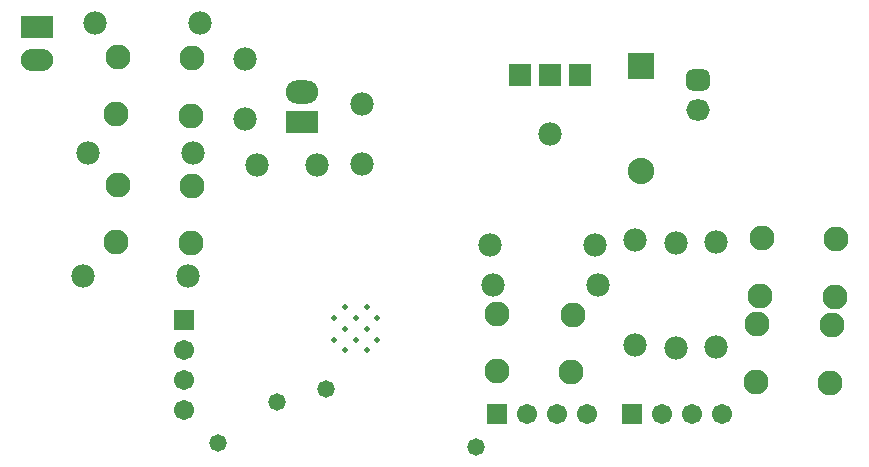
<source format=gbr>
G04*
G04 #@! TF.GenerationSoftware,Altium Limited,Altium Designer,25.0.2 (28)*
G04*
G04 Layer_Color=16711935*
%FSLAX44Y44*%
%MOMM*%
G71*
G04*
G04 #@! TF.SameCoordinates,D42C59B9-CDD2-46E9-AE24-7A473A00D307*
G04*
G04*
G04 #@! TF.FilePolarity,Negative*
G04*
G01*
G75*
%ADD27C,0.5032*%
%ADD28C,1.9812*%
%ADD29R,1.9812X1.9812*%
%ADD30C,2.1082*%
%ADD31R,1.7032X1.7032*%
%ADD32C,1.7032*%
%ADD33R,1.7032X1.7032*%
G04:AMPARAMS|DCode=34|XSize=1.8032mm|YSize=2.0032mm|CornerRadius=0.5016mm|HoleSize=0mm|Usage=FLASHONLY|Rotation=270.000|XOffset=0mm|YOffset=0mm|HoleType=Round|Shape=RoundedRectangle|*
%AMROUNDEDRECTD34*
21,1,1.8032,1.0000,0,0,270.0*
21,1,0.8000,2.0032,0,0,270.0*
1,1,1.0032,-0.5000,-0.4000*
1,1,1.0032,-0.5000,0.4000*
1,1,1.0032,0.5000,0.4000*
1,1,1.0032,0.5000,-0.4000*
%
%ADD34ROUNDEDRECTD34*%
%ADD35O,2.0032X1.8032*%
%ADD36R,2.2352X2.2352*%
%ADD37C,2.2352*%
%ADD38O,2.7432X1.9812*%
%ADD39R,2.7432X1.9812*%
%ADD40O,2.7432X1.8542*%
%ADD41R,2.7432X1.8542*%
%ADD42C,1.4732*%
D27*
X892525Y540450D02*
D03*
X874175D02*
D03*
X901700Y549625D02*
D03*
X883350D02*
D03*
X865000D02*
D03*
X892525Y558800D02*
D03*
X874175D02*
D03*
X901700Y567975D02*
D03*
X883350D02*
D03*
X865000D02*
D03*
X892525Y577150D02*
D03*
X874175D02*
D03*
D28*
X1047750Y723900D02*
D03*
X999490Y595630D02*
D03*
X1088390D02*
D03*
X652780Y603250D02*
D03*
X741680D02*
D03*
X656590Y707390D02*
D03*
X745490D02*
D03*
X1154430Y631190D02*
D03*
Y542290D02*
D03*
X1085850Y629920D02*
D03*
X996950D02*
D03*
X889000Y749300D02*
D03*
Y698500D02*
D03*
X850900Y697230D02*
D03*
X800100D02*
D03*
X789940Y736600D02*
D03*
Y787400D02*
D03*
X1188720Y543560D02*
D03*
Y632460D02*
D03*
X1120140Y544830D02*
D03*
Y633730D02*
D03*
X662940Y817880D02*
D03*
X751840D02*
D03*
D29*
X1073150Y773900D02*
D03*
X1047750D02*
D03*
X1022350D02*
D03*
D30*
X681990Y788670D02*
D03*
X744220Y739140D02*
D03*
X744982Y787908D02*
D03*
X680466Y740156D02*
D03*
X1065530Y521970D02*
D03*
X1003300Y571500D02*
D03*
X1002538Y522732D02*
D03*
X1067054Y570484D02*
D03*
X681990Y680720D02*
D03*
X744220Y631190D02*
D03*
X744982Y679958D02*
D03*
X680466Y632206D02*
D03*
X1227074Y635254D02*
D03*
X1289304Y585724D02*
D03*
X1290066Y634492D02*
D03*
X1225550Y586740D02*
D03*
X1285240Y513080D02*
D03*
X1223010Y562610D02*
D03*
X1222248Y513842D02*
D03*
X1286764Y561594D02*
D03*
D31*
X737870Y566420D02*
D03*
D32*
Y541020D02*
D03*
Y515620D02*
D03*
Y490220D02*
D03*
X1028700Y486410D02*
D03*
X1054100D02*
D03*
X1079500D02*
D03*
X1143000D02*
D03*
X1168400D02*
D03*
X1193800D02*
D03*
D33*
X1003300D02*
D03*
X1117600D02*
D03*
D34*
X1173480Y769620D02*
D03*
D35*
Y744220D02*
D03*
D36*
X1125220Y781050D02*
D03*
D37*
Y692150D02*
D03*
D38*
X838200Y759460D02*
D03*
D39*
Y734060D02*
D03*
D40*
X613410Y786130D02*
D03*
D41*
Y814070D02*
D03*
D42*
X816610Y496500D02*
D03*
X767080Y462280D02*
D03*
X985520Y458470D02*
D03*
X858520Y508000D02*
D03*
M02*

</source>
